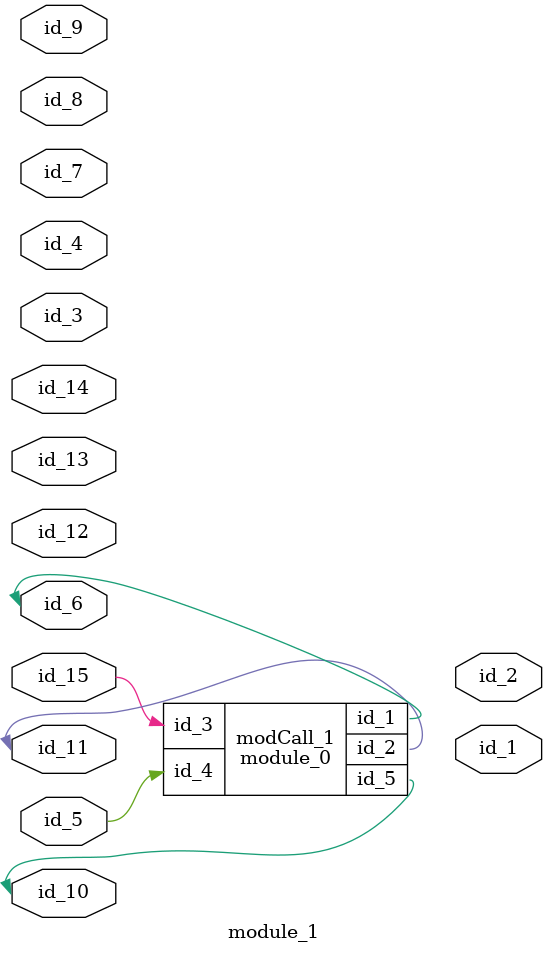
<source format=v>
module module_0 (
    id_1,
    id_2,
    id_3,
    id_4,
    id_5
);
  output wire id_5;
  input wire id_4;
  input wire id_3;
  inout wire id_2;
  output wire id_1;
  wire id_6;
  wire id_7;
endmodule
module module_1 (
    id_1,
    id_2,
    id_3,
    id_4,
    id_5,
    id_6,
    id_7,
    id_8,
    id_9,
    id_10,
    id_11,
    id_12,
    id_13,
    id_14,
    id_15
);
  inout wire id_15;
  input wire id_14;
  inout wire id_13;
  input wire id_12;
  inout wire id_11;
  inout wire id_10;
  input wire id_9;
  input wire id_8;
  inout wire id_7;
  inout wire id_6;
  input wire id_5;
  input wire id_4;
  inout wire id_3;
  output wire id_2;
  output wire id_1;
  wire id_16;
  module_0 modCall_1 (
      id_6,
      id_11,
      id_15,
      id_5,
      id_10
  );
endmodule

</source>
